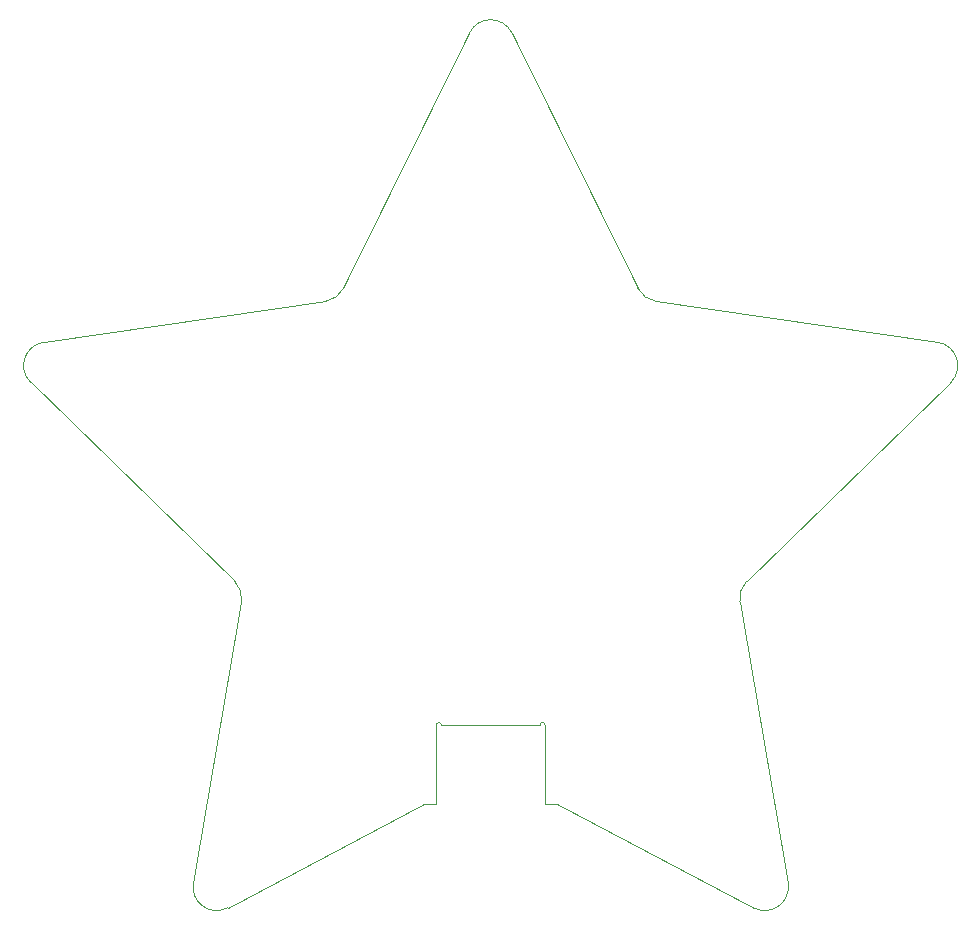
<source format=gbr>
%TF.GenerationSoftware,KiCad,Pcbnew,8.0.6*%
%TF.CreationDate,2024-11-25T17:42:41+01:00*%
%TF.ProjectId,star,73746172-2e6b-4696-9361-645f70636258,rev?*%
%TF.SameCoordinates,Original*%
%TF.FileFunction,Profile,NP*%
%FSLAX46Y46*%
G04 Gerber Fmt 4.6, Leading zero omitted, Abs format (unit mm)*
G04 Created by KiCad (PCBNEW 8.0.6) date 2024-11-25 17:42:41*
%MOMM*%
%LPD*%
G01*
G04 APERTURE LIST*
%TA.AperFunction,Profile*%
%ADD10C,0.100000*%
%TD*%
%TA.AperFunction,Profile*%
%ADD11C,0.120000*%
%TD*%
G04 APERTURE END LIST*
D10*
X84230412Y-97131904D02*
X101498819Y-113964441D01*
X84230412Y-97131904D02*
G75*
G02*
X85338837Y-93720513I1396028J1432174D01*
G01*
X162119588Y-97131904D02*
X144851181Y-113964441D01*
X161011162Y-93720518D02*
X137146810Y-90252824D01*
X109203190Y-90252824D02*
X85338838Y-93720518D01*
X100899622Y-141610463D02*
G75*
G02*
X97997609Y-139502198I-930822J1770163D01*
G01*
X102074012Y-115734704D02*
X97997569Y-139502191D01*
X144275988Y-115734704D02*
G75*
G02*
X144851174Y-113964433I1971212J338104D01*
G01*
X148352607Y-139503215D02*
X144275988Y-115734704D01*
X135640935Y-89158742D02*
X124968472Y-67533971D01*
X161011162Y-93720518D02*
G75*
G02*
X162119564Y-97131879I-287562J-1979182D01*
G01*
X117550000Y-132855000D02*
X100899622Y-141610463D01*
X148352607Y-139503215D02*
G75*
G02*
X145450924Y-141611660I-1971207J-338085D01*
G01*
X121381528Y-67533972D02*
G75*
G02*
X124968472Y-67533971I1793472J-885128D01*
G01*
X128790000Y-132855000D02*
X145450915Y-141611677D01*
X121381528Y-67533972D02*
X110709065Y-89158742D01*
X101498819Y-113964441D02*
G75*
G02*
X102074001Y-115734702I-1396019J-1432159D01*
G01*
X137146810Y-90252824D02*
G75*
G02*
X135640925Y-89158747I287590J1979224D01*
G01*
X110709065Y-89158742D02*
G75*
G02*
X109203188Y-90252813I-1793465J885142D01*
G01*
D11*
%TO.C,J2*%
X117550000Y-132855000D02*
X118550000Y-132855000D01*
X118550000Y-132855000D02*
X118550000Y-126155000D01*
X119000000Y-126155000D02*
X127340000Y-126155000D01*
X127790000Y-132855000D02*
X127790000Y-126155000D01*
X128790000Y-132855000D02*
X127790000Y-132855000D01*
X118550000Y-126155000D02*
G75*
G02*
X119000000Y-126155000I225000J0D01*
G01*
X127340000Y-126155000D02*
G75*
G02*
X127790000Y-126155000I225000J0D01*
G01*
%TD*%
M02*

</source>
